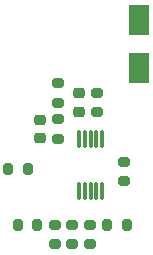
<source format=gbr>
%TF.GenerationSoftware,KiCad,Pcbnew,(6.0.1)*%
%TF.CreationDate,2023-03-26T21:04:12+08:00*%
%TF.ProjectId,Solenoid valve,536f6c65-6e6f-4696-9420-76616c76652e,rev?*%
%TF.SameCoordinates,Original*%
%TF.FileFunction,Paste,Bot*%
%TF.FilePolarity,Positive*%
%FSLAX46Y46*%
G04 Gerber Fmt 4.6, Leading zero omitted, Abs format (unit mm)*
G04 Created by KiCad (PCBNEW (6.0.1)) date 2023-03-26 21:04:12*
%MOMM*%
%LPD*%
G01*
G04 APERTURE LIST*
G04 Aperture macros list*
%AMRoundRect*
0 Rectangle with rounded corners*
0 $1 Rounding radius*
0 $2 $3 $4 $5 $6 $7 $8 $9 X,Y pos of 4 corners*
0 Add a 4 corners polygon primitive as box body*
4,1,4,$2,$3,$4,$5,$6,$7,$8,$9,$2,$3,0*
0 Add four circle primitives for the rounded corners*
1,1,$1+$1,$2,$3*
1,1,$1+$1,$4,$5*
1,1,$1+$1,$6,$7*
1,1,$1+$1,$8,$9*
0 Add four rect primitives between the rounded corners*
20,1,$1+$1,$2,$3,$4,$5,0*
20,1,$1+$1,$4,$5,$6,$7,0*
20,1,$1+$1,$6,$7,$8,$9,0*
20,1,$1+$1,$8,$9,$2,$3,0*%
G04 Aperture macros list end*
%ADD10R,1.800000X2.500000*%
%ADD11RoundRect,0.200000X-0.275000X0.200000X-0.275000X-0.200000X0.275000X-0.200000X0.275000X0.200000X0*%
%ADD12RoundRect,0.225000X0.250000X-0.225000X0.250000X0.225000X-0.250000X0.225000X-0.250000X-0.225000X0*%
%ADD13RoundRect,0.200000X0.275000X-0.200000X0.275000X0.200000X-0.275000X0.200000X-0.275000X-0.200000X0*%
%ADD14RoundRect,0.200000X-0.200000X-0.275000X0.200000X-0.275000X0.200000X0.275000X-0.200000X0.275000X0*%
%ADD15RoundRect,0.200000X0.200000X0.275000X-0.200000X0.275000X-0.200000X-0.275000X0.200000X-0.275000X0*%
%ADD16RoundRect,0.075000X0.075000X-0.650000X0.075000X0.650000X-0.075000X0.650000X-0.075000X-0.650000X0*%
G04 APERTURE END LIST*
D10*
%TO.C,D2*%
X18201000Y16677000D03*
X18201000Y20677000D03*
%TD*%
D11*
%TO.C,R8*%
X12551000Y3382000D03*
X12551000Y1732000D03*
%TD*%
D12*
%TO.C,C2*%
X13071000Y12952000D03*
X13071000Y14502000D03*
%TD*%
D13*
%TO.C,R2*%
X11311000Y10657000D03*
X11311000Y12307000D03*
%TD*%
%TO.C,R1*%
X11311000Y13687000D03*
X11311000Y15337000D03*
%TD*%
%TO.C,R6*%
X14071000Y1742000D03*
X14071000Y3392000D03*
%TD*%
D14*
%TO.C,R10*%
X15516000Y3317000D03*
X17166000Y3317000D03*
%TD*%
D15*
%TO.C,R4*%
X9586000Y3377000D03*
X7936000Y3377000D03*
%TD*%
D14*
%TO.C,R12*%
X7126000Y8077000D03*
X8776000Y8077000D03*
%TD*%
D11*
%TO.C,R7*%
X16891000Y8712000D03*
X16891000Y7062000D03*
%TD*%
D13*
%TO.C,R9*%
X14591000Y12902000D03*
X14591000Y14552000D03*
%TD*%
%TO.C,R5*%
X11031000Y1732000D03*
X11031000Y3382000D03*
%TD*%
D12*
%TO.C,C1*%
X9791000Y10707000D03*
X9791000Y12257000D03*
%TD*%
D16*
%TO.C,U2*%
X15081000Y6197000D03*
X14581000Y6197000D03*
X14081000Y6197000D03*
X13581000Y6197000D03*
X13081000Y6197000D03*
X13081000Y10597000D03*
X13581000Y10597000D03*
X14081000Y10597000D03*
X14581000Y10597000D03*
X15081000Y10597000D03*
%TD*%
M02*

</source>
